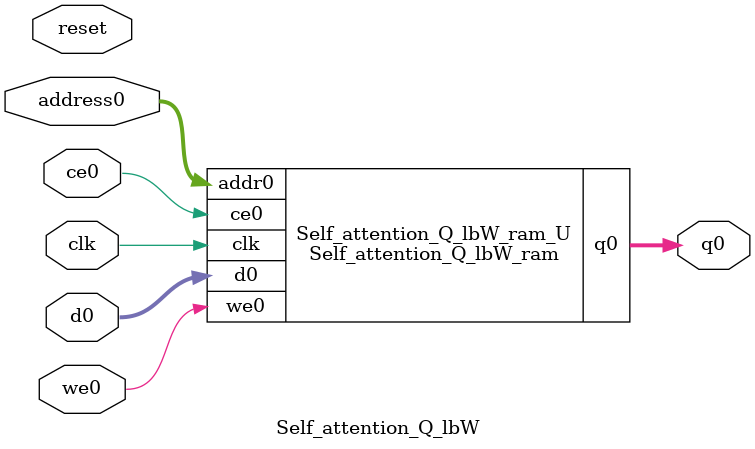
<source format=v>
`timescale 1 ns / 1 ps
module Self_attention_Q_lbW_ram (addr0, ce0, d0, we0, q0,  clk);

parameter DWIDTH = 24;
parameter AWIDTH = 8;
parameter MEM_SIZE = 192;

input[AWIDTH-1:0] addr0;
input ce0;
input[DWIDTH-1:0] d0;
input we0;
output reg[DWIDTH-1:0] q0;
input clk;

(* ram_style = "block" *)reg [DWIDTH-1:0] ram[0:MEM_SIZE-1];




always @(posedge clk)  
begin 
    if (ce0) begin
        if (we0) 
            ram[addr0] <= d0; 
        q0 <= ram[addr0];
    end
end


endmodule

`timescale 1 ns / 1 ps
module Self_attention_Q_lbW(
    reset,
    clk,
    address0,
    ce0,
    we0,
    d0,
    q0);

parameter DataWidth = 32'd24;
parameter AddressRange = 32'd192;
parameter AddressWidth = 32'd8;
input reset;
input clk;
input[AddressWidth - 1:0] address0;
input ce0;
input we0;
input[DataWidth - 1:0] d0;
output[DataWidth - 1:0] q0;



Self_attention_Q_lbW_ram Self_attention_Q_lbW_ram_U(
    .clk( clk ),
    .addr0( address0 ),
    .ce0( ce0 ),
    .we0( we0 ),
    .d0( d0 ),
    .q0( q0 ));

endmodule


</source>
